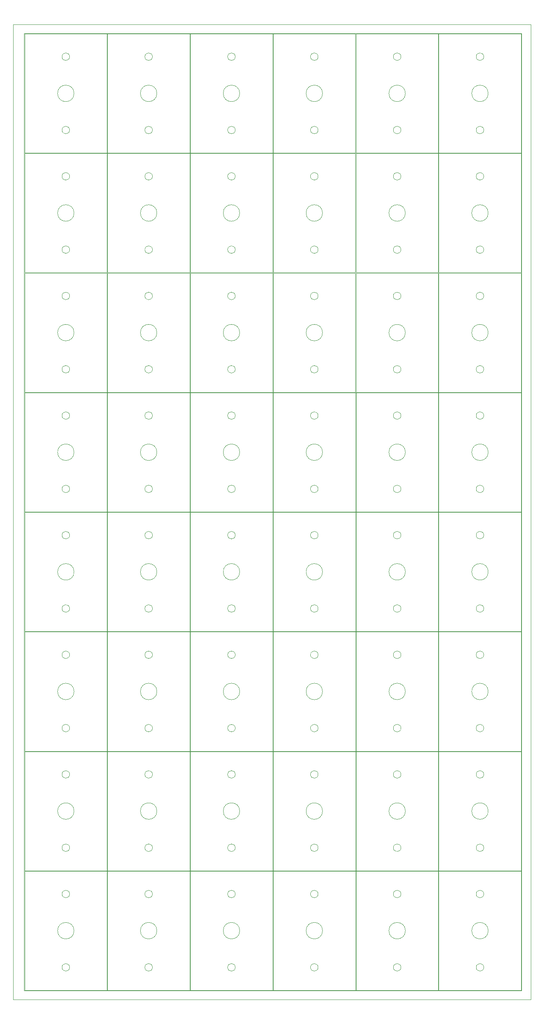
<source format=gbr>
%TF.GenerationSoftware,KiCad,Pcbnew,(7.0.0)*%
%TF.CreationDate,2023-02-26T16:40:52+05:30*%
%TF.ProjectId,9W_SYSKA,39575f53-5953-44b4-912e-6b696361645f,rev?*%
%TF.SameCoordinates,Original*%
%TF.FileFunction,Profile,NP*%
%FSLAX46Y46*%
G04 Gerber Fmt 4.6, Leading zero omitted, Abs format (unit mm)*
G04 Created by KiCad (PCBNEW (7.0.0)) date 2023-02-26 16:40:52*
%MOMM*%
%LPD*%
G01*
G04 APERTURE LIST*
%TA.AperFunction,Profile*%
%ADD10C,0.100000*%
%TD*%
G04 APERTURE END LIST*
D10*
X210600000Y-232690000D02*
X97500000Y-232690000D01*
X208600000Y-230800000D02*
X99900000Y-230800000D01*
X210600000Y-232690000D02*
X210600000Y-20000000D01*
X208600000Y-230800000D02*
X208600000Y-21900000D01*
X208600000Y-21900000D02*
X99900000Y-21900000D01*
X210600000Y-20000000D02*
X97500000Y-20000000D01*
X97500000Y-232690000D02*
X97500000Y-20000000D01*
X99900000Y-230800000D02*
X99900000Y-21900000D01*
X190502500Y-204700000D02*
X190502500Y-230700000D01*
X190502500Y-204700000D02*
X208502500Y-204700000D01*
X208502500Y-204700000D02*
X208502500Y-230700000D01*
X200332500Y-209700000D02*
G75*
G03*
X200332500Y-209700000I-830000J0D01*
G01*
X190502500Y-230700000D02*
X208502500Y-230700000D01*
X200332500Y-225700000D02*
G75*
G03*
X200332500Y-225700000I-830000J0D01*
G01*
X201302500Y-217700000D02*
G75*
G03*
X201302500Y-217700000I-1800000J0D01*
G01*
X127932500Y-209700000D02*
G75*
G03*
X127932500Y-209700000I-830000J0D01*
G01*
X118102500Y-230700000D02*
X136102500Y-230700000D01*
X127932500Y-225700000D02*
G75*
G03*
X127932500Y-225700000I-830000J0D01*
G01*
X118102500Y-204700000D02*
X118102500Y-230700000D01*
X128902500Y-217700000D02*
G75*
G03*
X128902500Y-217700000I-1800000J0D01*
G01*
X118102500Y-204700000D02*
X136102500Y-204700000D01*
X136102500Y-204700000D02*
X136102500Y-230700000D01*
X154302500Y-230700000D02*
X172302500Y-230700000D01*
X164132500Y-225700000D02*
G75*
G03*
X164132500Y-225700000I-830000J0D01*
G01*
X154302500Y-204700000D02*
X154302500Y-230700000D01*
X165102500Y-217700000D02*
G75*
G03*
X165102500Y-217700000I-1800000J0D01*
G01*
X146032500Y-225700000D02*
G75*
G03*
X146032500Y-225700000I-830000J0D01*
G01*
X154302500Y-204700000D02*
X172302500Y-204700000D01*
X172302500Y-204700000D02*
X172302500Y-230700000D01*
X182232500Y-209700000D02*
G75*
G03*
X182232500Y-209700000I-830000J0D01*
G01*
X172402500Y-230700000D02*
X190402500Y-230700000D01*
X109832500Y-225700000D02*
G75*
G03*
X109832500Y-225700000I-830000J0D01*
G01*
X110802500Y-217700000D02*
G75*
G03*
X110802500Y-217700000I-1800000J0D01*
G01*
X100002500Y-204700000D02*
X118002500Y-204700000D01*
X118002500Y-204700000D02*
X118002500Y-230700000D01*
X190402500Y-204700000D02*
X190402500Y-230700000D01*
X172402500Y-204700000D02*
X172402500Y-230700000D01*
X136202500Y-204700000D02*
X136202500Y-230700000D01*
X154202500Y-204700000D02*
X154202500Y-230700000D01*
X147002500Y-217700000D02*
G75*
G03*
X147002500Y-217700000I-1800000J0D01*
G01*
X136202500Y-204700000D02*
X154202500Y-204700000D01*
X136202500Y-230700000D02*
X154202500Y-230700000D01*
X146032500Y-209700000D02*
G75*
G03*
X146032500Y-209700000I-830000J0D01*
G01*
X164132500Y-209700000D02*
G75*
G03*
X164132500Y-209700000I-830000J0D01*
G01*
X100002500Y-204700000D02*
X100002500Y-230700000D01*
X109832500Y-209700000D02*
G75*
G03*
X109832500Y-209700000I-830000J0D01*
G01*
X100002500Y-230700000D02*
X118002500Y-230700000D01*
X182232500Y-225700000D02*
G75*
G03*
X182232500Y-225700000I-830000J0D01*
G01*
X183202500Y-217700000D02*
G75*
G03*
X183202500Y-217700000I-1800000J0D01*
G01*
X172402500Y-204700000D02*
X190402500Y-204700000D01*
X190502500Y-178600000D02*
X190502500Y-204600000D01*
X190502500Y-178600000D02*
X208502500Y-178600000D01*
X208502500Y-178600000D02*
X208502500Y-204600000D01*
X200332500Y-183600000D02*
G75*
G03*
X200332500Y-183600000I-830000J0D01*
G01*
X190502500Y-204600000D02*
X208502500Y-204600000D01*
X200332500Y-199600000D02*
G75*
G03*
X200332500Y-199600000I-830000J0D01*
G01*
X201302500Y-191600000D02*
G75*
G03*
X201302500Y-191600000I-1800000J0D01*
G01*
X127932500Y-183600000D02*
G75*
G03*
X127932500Y-183600000I-830000J0D01*
G01*
X118102500Y-204600000D02*
X136102500Y-204600000D01*
X127932500Y-199600000D02*
G75*
G03*
X127932500Y-199600000I-830000J0D01*
G01*
X118102500Y-178600000D02*
X118102500Y-204600000D01*
X128902500Y-191600000D02*
G75*
G03*
X128902500Y-191600000I-1800000J0D01*
G01*
X118102500Y-178600000D02*
X136102500Y-178600000D01*
X136102500Y-178600000D02*
X136102500Y-204600000D01*
X154302500Y-204600000D02*
X172302500Y-204600000D01*
X164132500Y-199600000D02*
G75*
G03*
X164132500Y-199600000I-830000J0D01*
G01*
X154302500Y-178600000D02*
X154302500Y-204600000D01*
X165102500Y-191600000D02*
G75*
G03*
X165102500Y-191600000I-1800000J0D01*
G01*
X146032500Y-199600000D02*
G75*
G03*
X146032500Y-199600000I-830000J0D01*
G01*
X154302500Y-178600000D02*
X172302500Y-178600000D01*
X172302500Y-178600000D02*
X172302500Y-204600000D01*
X182232500Y-183600000D02*
G75*
G03*
X182232500Y-183600000I-830000J0D01*
G01*
X172402500Y-204600000D02*
X190402500Y-204600000D01*
X109832500Y-199600000D02*
G75*
G03*
X109832500Y-199600000I-830000J0D01*
G01*
X110802500Y-191600000D02*
G75*
G03*
X110802500Y-191600000I-1800000J0D01*
G01*
X100002500Y-178600000D02*
X118002500Y-178600000D01*
X118002500Y-178600000D02*
X118002500Y-204600000D01*
X190402500Y-178600000D02*
X190402500Y-204600000D01*
X172402500Y-178600000D02*
X172402500Y-204600000D01*
X136202500Y-178600000D02*
X136202500Y-204600000D01*
X154202500Y-178600000D02*
X154202500Y-204600000D01*
X147002500Y-191600000D02*
G75*
G03*
X147002500Y-191600000I-1800000J0D01*
G01*
X136202500Y-178600000D02*
X154202500Y-178600000D01*
X136202500Y-204600000D02*
X154202500Y-204600000D01*
X146032500Y-183600000D02*
G75*
G03*
X146032500Y-183600000I-830000J0D01*
G01*
X164132500Y-183600000D02*
G75*
G03*
X164132500Y-183600000I-830000J0D01*
G01*
X100002500Y-178600000D02*
X100002500Y-204600000D01*
X109832500Y-183600000D02*
G75*
G03*
X109832500Y-183600000I-830000J0D01*
G01*
X100002500Y-204600000D02*
X118002500Y-204600000D01*
X182232500Y-199600000D02*
G75*
G03*
X182232500Y-199600000I-830000J0D01*
G01*
X183202500Y-191600000D02*
G75*
G03*
X183202500Y-191600000I-1800000J0D01*
G01*
X172402500Y-178600000D02*
X190402500Y-178600000D01*
X190502500Y-152500000D02*
X190502500Y-178500000D01*
X190502500Y-152500000D02*
X208502500Y-152500000D01*
X208502500Y-152500000D02*
X208502500Y-178500000D01*
X200332500Y-157500000D02*
G75*
G03*
X200332500Y-157500000I-830000J0D01*
G01*
X190502500Y-178500000D02*
X208502500Y-178500000D01*
X200332500Y-173500000D02*
G75*
G03*
X200332500Y-173500000I-830000J0D01*
G01*
X201302500Y-165500000D02*
G75*
G03*
X201302500Y-165500000I-1800000J0D01*
G01*
X127932500Y-157500000D02*
G75*
G03*
X127932500Y-157500000I-830000J0D01*
G01*
X118102500Y-178500000D02*
X136102500Y-178500000D01*
X127932500Y-173500000D02*
G75*
G03*
X127932500Y-173500000I-830000J0D01*
G01*
X118102500Y-152500000D02*
X118102500Y-178500000D01*
X128902500Y-165500000D02*
G75*
G03*
X128902500Y-165500000I-1800000J0D01*
G01*
X118102500Y-152500000D02*
X136102500Y-152500000D01*
X136102500Y-152500000D02*
X136102500Y-178500000D01*
X154302500Y-178500000D02*
X172302500Y-178500000D01*
X164132500Y-173500000D02*
G75*
G03*
X164132500Y-173500000I-830000J0D01*
G01*
X154302500Y-152500000D02*
X154302500Y-178500000D01*
X165102500Y-165500000D02*
G75*
G03*
X165102500Y-165500000I-1800000J0D01*
G01*
X146032500Y-173500000D02*
G75*
G03*
X146032500Y-173500000I-830000J0D01*
G01*
X154302500Y-152500000D02*
X172302500Y-152500000D01*
X172302500Y-152500000D02*
X172302500Y-178500000D01*
X182232500Y-157500000D02*
G75*
G03*
X182232500Y-157500000I-830000J0D01*
G01*
X172402500Y-178500000D02*
X190402500Y-178500000D01*
X109832500Y-173500000D02*
G75*
G03*
X109832500Y-173500000I-830000J0D01*
G01*
X110802500Y-165500000D02*
G75*
G03*
X110802500Y-165500000I-1800000J0D01*
G01*
X100002500Y-152500000D02*
X118002500Y-152500000D01*
X118002500Y-152500000D02*
X118002500Y-178500000D01*
X190402500Y-152500000D02*
X190402500Y-178500000D01*
X172402500Y-152500000D02*
X172402500Y-178500000D01*
X136202500Y-152500000D02*
X136202500Y-178500000D01*
X154202500Y-152500000D02*
X154202500Y-178500000D01*
X147002500Y-165500000D02*
G75*
G03*
X147002500Y-165500000I-1800000J0D01*
G01*
X136202500Y-152500000D02*
X154202500Y-152500000D01*
X136202500Y-178500000D02*
X154202500Y-178500000D01*
X146032500Y-157500000D02*
G75*
G03*
X146032500Y-157500000I-830000J0D01*
G01*
X164132500Y-157500000D02*
G75*
G03*
X164132500Y-157500000I-830000J0D01*
G01*
X100002500Y-152500000D02*
X100002500Y-178500000D01*
X109832500Y-157500000D02*
G75*
G03*
X109832500Y-157500000I-830000J0D01*
G01*
X100002500Y-178500000D02*
X118002500Y-178500000D01*
X182232500Y-173500000D02*
G75*
G03*
X182232500Y-173500000I-830000J0D01*
G01*
X183202500Y-165500000D02*
G75*
G03*
X183202500Y-165500000I-1800000J0D01*
G01*
X172402500Y-152500000D02*
X190402500Y-152500000D01*
X190502500Y-126400000D02*
X190502500Y-152400000D01*
X190502500Y-126400000D02*
X208502500Y-126400000D01*
X208502500Y-126400000D02*
X208502500Y-152400000D01*
X200332500Y-131400000D02*
G75*
G03*
X200332500Y-131400000I-830000J0D01*
G01*
X190502500Y-152400000D02*
X208502500Y-152400000D01*
X200332500Y-147400000D02*
G75*
G03*
X200332500Y-147400000I-830000J0D01*
G01*
X201302500Y-139400000D02*
G75*
G03*
X201302500Y-139400000I-1800000J0D01*
G01*
X127932500Y-131400000D02*
G75*
G03*
X127932500Y-131400000I-830000J0D01*
G01*
X118102500Y-152400000D02*
X136102500Y-152400000D01*
X127932500Y-147400000D02*
G75*
G03*
X127932500Y-147400000I-830000J0D01*
G01*
X118102500Y-126400000D02*
X118102500Y-152400000D01*
X128902500Y-139400000D02*
G75*
G03*
X128902500Y-139400000I-1800000J0D01*
G01*
X118102500Y-126400000D02*
X136102500Y-126400000D01*
X136102500Y-126400000D02*
X136102500Y-152400000D01*
X154302500Y-152400000D02*
X172302500Y-152400000D01*
X164132500Y-147400000D02*
G75*
G03*
X164132500Y-147400000I-830000J0D01*
G01*
X154302500Y-126400000D02*
X154302500Y-152400000D01*
X165102500Y-139400000D02*
G75*
G03*
X165102500Y-139400000I-1800000J0D01*
G01*
X146032500Y-147400000D02*
G75*
G03*
X146032500Y-147400000I-830000J0D01*
G01*
X154302500Y-126400000D02*
X172302500Y-126400000D01*
X172302500Y-126400000D02*
X172302500Y-152400000D01*
X182232500Y-131400000D02*
G75*
G03*
X182232500Y-131400000I-830000J0D01*
G01*
X172402500Y-152400000D02*
X190402500Y-152400000D01*
X109832500Y-147400000D02*
G75*
G03*
X109832500Y-147400000I-830000J0D01*
G01*
X110802500Y-139400000D02*
G75*
G03*
X110802500Y-139400000I-1800000J0D01*
G01*
X100002500Y-126400000D02*
X118002500Y-126400000D01*
X118002500Y-126400000D02*
X118002500Y-152400000D01*
X190402500Y-126400000D02*
X190402500Y-152400000D01*
X172402500Y-126400000D02*
X172402500Y-152400000D01*
X136202500Y-126400000D02*
X136202500Y-152400000D01*
X154202500Y-126400000D02*
X154202500Y-152400000D01*
X147002500Y-139400000D02*
G75*
G03*
X147002500Y-139400000I-1800000J0D01*
G01*
X136202500Y-126400000D02*
X154202500Y-126400000D01*
X136202500Y-152400000D02*
X154202500Y-152400000D01*
X146032500Y-131400000D02*
G75*
G03*
X146032500Y-131400000I-830000J0D01*
G01*
X164132500Y-131400000D02*
G75*
G03*
X164132500Y-131400000I-830000J0D01*
G01*
X100002500Y-126400000D02*
X100002500Y-152400000D01*
X109832500Y-131400000D02*
G75*
G03*
X109832500Y-131400000I-830000J0D01*
G01*
X100002500Y-152400000D02*
X118002500Y-152400000D01*
X182232500Y-147400000D02*
G75*
G03*
X182232500Y-147400000I-830000J0D01*
G01*
X183202500Y-139400000D02*
G75*
G03*
X183202500Y-139400000I-1800000J0D01*
G01*
X172402500Y-126400000D02*
X190402500Y-126400000D01*
X190502500Y-100300000D02*
X190502500Y-126300000D01*
X190502500Y-100300000D02*
X208502500Y-100300000D01*
X208502500Y-100300000D02*
X208502500Y-126300000D01*
X200332500Y-105300000D02*
G75*
G03*
X200332500Y-105300000I-830000J0D01*
G01*
X190502500Y-126300000D02*
X208502500Y-126300000D01*
X200332500Y-121300000D02*
G75*
G03*
X200332500Y-121300000I-830000J0D01*
G01*
X201302500Y-113300000D02*
G75*
G03*
X201302500Y-113300000I-1800000J0D01*
G01*
X127932500Y-105300000D02*
G75*
G03*
X127932500Y-105300000I-830000J0D01*
G01*
X118102500Y-126300000D02*
X136102500Y-126300000D01*
X127932500Y-121300000D02*
G75*
G03*
X127932500Y-121300000I-830000J0D01*
G01*
X118102500Y-100300000D02*
X118102500Y-126300000D01*
X128902500Y-113300000D02*
G75*
G03*
X128902500Y-113300000I-1800000J0D01*
G01*
X118102500Y-100300000D02*
X136102500Y-100300000D01*
X136102500Y-100300000D02*
X136102500Y-126300000D01*
X154302500Y-126300000D02*
X172302500Y-126300000D01*
X164132500Y-121300000D02*
G75*
G03*
X164132500Y-121300000I-830000J0D01*
G01*
X154302500Y-100300000D02*
X154302500Y-126300000D01*
X165102500Y-113300000D02*
G75*
G03*
X165102500Y-113300000I-1800000J0D01*
G01*
X146032500Y-121300000D02*
G75*
G03*
X146032500Y-121300000I-830000J0D01*
G01*
X154302500Y-100300000D02*
X172302500Y-100300000D01*
X172302500Y-100300000D02*
X172302500Y-126300000D01*
X182232500Y-105300000D02*
G75*
G03*
X182232500Y-105300000I-830000J0D01*
G01*
X172402500Y-126300000D02*
X190402500Y-126300000D01*
X109832500Y-121300000D02*
G75*
G03*
X109832500Y-121300000I-830000J0D01*
G01*
X110802500Y-113300000D02*
G75*
G03*
X110802500Y-113300000I-1800000J0D01*
G01*
X100002500Y-100300000D02*
X118002500Y-100300000D01*
X118002500Y-100300000D02*
X118002500Y-126300000D01*
X190402500Y-100300000D02*
X190402500Y-126300000D01*
X172402500Y-100300000D02*
X172402500Y-126300000D01*
X136202500Y-100300000D02*
X136202500Y-126300000D01*
X154202500Y-100300000D02*
X154202500Y-126300000D01*
X147002500Y-113300000D02*
G75*
G03*
X147002500Y-113300000I-1800000J0D01*
G01*
X136202500Y-100300000D02*
X154202500Y-100300000D01*
X136202500Y-126300000D02*
X154202500Y-126300000D01*
X146032500Y-105300000D02*
G75*
G03*
X146032500Y-105300000I-830000J0D01*
G01*
X164132500Y-105300000D02*
G75*
G03*
X164132500Y-105300000I-830000J0D01*
G01*
X100002500Y-100300000D02*
X100002500Y-126300000D01*
X109832500Y-105300000D02*
G75*
G03*
X109832500Y-105300000I-830000J0D01*
G01*
X100002500Y-126300000D02*
X118002500Y-126300000D01*
X182232500Y-121300000D02*
G75*
G03*
X182232500Y-121300000I-830000J0D01*
G01*
X183202500Y-113300000D02*
G75*
G03*
X183202500Y-113300000I-1800000J0D01*
G01*
X172402500Y-100300000D02*
X190402500Y-100300000D01*
X190500000Y-74200000D02*
X190500000Y-100200000D01*
X190500000Y-74200000D02*
X208500000Y-74200000D01*
X208500000Y-74200000D02*
X208500000Y-100200000D01*
X200330000Y-79200000D02*
G75*
G03*
X200330000Y-79200000I-830000J0D01*
G01*
X190500000Y-100200000D02*
X208500000Y-100200000D01*
X200330000Y-95200000D02*
G75*
G03*
X200330000Y-95200000I-830000J0D01*
G01*
X201300000Y-87200000D02*
G75*
G03*
X201300000Y-87200000I-1800000J0D01*
G01*
X127930000Y-79200000D02*
G75*
G03*
X127930000Y-79200000I-830000J0D01*
G01*
X118100000Y-100200000D02*
X136100000Y-100200000D01*
X127930000Y-95200000D02*
G75*
G03*
X127930000Y-95200000I-830000J0D01*
G01*
X118100000Y-74200000D02*
X118100000Y-100200000D01*
X128900000Y-87200000D02*
G75*
G03*
X128900000Y-87200000I-1800000J0D01*
G01*
X118100000Y-74200000D02*
X136100000Y-74200000D01*
X136100000Y-74200000D02*
X136100000Y-100200000D01*
X154300000Y-100200000D02*
X172300000Y-100200000D01*
X164130000Y-95200000D02*
G75*
G03*
X164130000Y-95200000I-830000J0D01*
G01*
X154300000Y-74200000D02*
X154300000Y-100200000D01*
X165100000Y-87200000D02*
G75*
G03*
X165100000Y-87200000I-1800000J0D01*
G01*
X146030000Y-95200000D02*
G75*
G03*
X146030000Y-95200000I-830000J0D01*
G01*
X154300000Y-74200000D02*
X172300000Y-74200000D01*
X172300000Y-74200000D02*
X172300000Y-100200000D01*
X182230000Y-79200000D02*
G75*
G03*
X182230000Y-79200000I-830000J0D01*
G01*
X172400000Y-100200000D02*
X190400000Y-100200000D01*
X109830000Y-95200000D02*
G75*
G03*
X109830000Y-95200000I-830000J0D01*
G01*
X110800000Y-87200000D02*
G75*
G03*
X110800000Y-87200000I-1800000J0D01*
G01*
X100000000Y-74200000D02*
X118000000Y-74200000D01*
X118000000Y-74200000D02*
X118000000Y-100200000D01*
X190400000Y-74200000D02*
X190400000Y-100200000D01*
X172400000Y-74200000D02*
X172400000Y-100200000D01*
X136200000Y-74200000D02*
X136200000Y-100200000D01*
X154200000Y-74200000D02*
X154200000Y-100200000D01*
X147000000Y-87200000D02*
G75*
G03*
X147000000Y-87200000I-1800000J0D01*
G01*
X136200000Y-74200000D02*
X154200000Y-74200000D01*
X136200000Y-100200000D02*
X154200000Y-100200000D01*
X146030000Y-79200000D02*
G75*
G03*
X146030000Y-79200000I-830000J0D01*
G01*
X164130000Y-79200000D02*
G75*
G03*
X164130000Y-79200000I-830000J0D01*
G01*
X100000000Y-74200000D02*
X100000000Y-100200000D01*
X109830000Y-79200000D02*
G75*
G03*
X109830000Y-79200000I-830000J0D01*
G01*
X100000000Y-100200000D02*
X118000000Y-100200000D01*
X182230000Y-95200000D02*
G75*
G03*
X182230000Y-95200000I-830000J0D01*
G01*
X183200000Y-87200000D02*
G75*
G03*
X183200000Y-87200000I-1800000J0D01*
G01*
X172400000Y-74200000D02*
X190400000Y-74200000D01*
X190500000Y-48100000D02*
X190500000Y-74100000D01*
X190500000Y-48100000D02*
X208500000Y-48100000D01*
X208500000Y-48100000D02*
X208500000Y-74100000D01*
X200330000Y-53100000D02*
G75*
G03*
X200330000Y-53100000I-830000J0D01*
G01*
X190500000Y-74100000D02*
X208500000Y-74100000D01*
X200330000Y-69100000D02*
G75*
G03*
X200330000Y-69100000I-830000J0D01*
G01*
X201300000Y-61100000D02*
G75*
G03*
X201300000Y-61100000I-1800000J0D01*
G01*
X127930000Y-53100000D02*
G75*
G03*
X127930000Y-53100000I-830000J0D01*
G01*
X118100000Y-74100000D02*
X136100000Y-74100000D01*
X127930000Y-69100000D02*
G75*
G03*
X127930000Y-69100000I-830000J0D01*
G01*
X118100000Y-48100000D02*
X118100000Y-74100000D01*
X128900000Y-61100000D02*
G75*
G03*
X128900000Y-61100000I-1800000J0D01*
G01*
X118100000Y-48100000D02*
X136100000Y-48100000D01*
X136100000Y-48100000D02*
X136100000Y-74100000D01*
X154300000Y-74100000D02*
X172300000Y-74100000D01*
X164130000Y-69100000D02*
G75*
G03*
X164130000Y-69100000I-830000J0D01*
G01*
X154300000Y-48100000D02*
X154300000Y-74100000D01*
X165100000Y-61100000D02*
G75*
G03*
X165100000Y-61100000I-1800000J0D01*
G01*
X146030000Y-69100000D02*
G75*
G03*
X146030000Y-69100000I-830000J0D01*
G01*
X154300000Y-48100000D02*
X172300000Y-48100000D01*
X172300000Y-48100000D02*
X172300000Y-74100000D01*
X182230000Y-53100000D02*
G75*
G03*
X182230000Y-53100000I-830000J0D01*
G01*
X172400000Y-74100000D02*
X190400000Y-74100000D01*
X109830000Y-69100000D02*
G75*
G03*
X109830000Y-69100000I-830000J0D01*
G01*
X110800000Y-61100000D02*
G75*
G03*
X110800000Y-61100000I-1800000J0D01*
G01*
X100000000Y-48100000D02*
X118000000Y-48100000D01*
X118000000Y-48100000D02*
X118000000Y-74100000D01*
X190400000Y-48100000D02*
X190400000Y-74100000D01*
X172400000Y-48100000D02*
X172400000Y-74100000D01*
X136200000Y-48100000D02*
X136200000Y-74100000D01*
X154200000Y-48100000D02*
X154200000Y-74100000D01*
X147000000Y-61100000D02*
G75*
G03*
X147000000Y-61100000I-1800000J0D01*
G01*
X136200000Y-48100000D02*
X154200000Y-48100000D01*
X136200000Y-74100000D02*
X154200000Y-74100000D01*
X146030000Y-53100000D02*
G75*
G03*
X146030000Y-53100000I-830000J0D01*
G01*
X164130000Y-53100000D02*
G75*
G03*
X164130000Y-53100000I-830000J0D01*
G01*
X100000000Y-48100000D02*
X100000000Y-74100000D01*
X109830000Y-53100000D02*
G75*
G03*
X109830000Y-53100000I-830000J0D01*
G01*
X100000000Y-74100000D02*
X118000000Y-74100000D01*
X182230000Y-69100000D02*
G75*
G03*
X182230000Y-69100000I-830000J0D01*
G01*
X183200000Y-61100000D02*
G75*
G03*
X183200000Y-61100000I-1800000J0D01*
G01*
X172400000Y-48100000D02*
X190400000Y-48100000D01*
X200330000Y-27000000D02*
G75*
G03*
X200330000Y-27000000I-830000J0D01*
G01*
X190500000Y-48000000D02*
X208500000Y-48000000D01*
X200330000Y-43000000D02*
G75*
G03*
X200330000Y-43000000I-830000J0D01*
G01*
X190500000Y-22000000D02*
X190500000Y-48000000D01*
X201300000Y-35000000D02*
G75*
G03*
X201300000Y-35000000I-1800000J0D01*
G01*
X190500000Y-22000000D02*
X208500000Y-22000000D01*
X208500000Y-22000000D02*
X208500000Y-48000000D01*
X182230000Y-43000000D02*
G75*
G03*
X182230000Y-43000000I-830000J0D01*
G01*
X183200000Y-35000000D02*
G75*
G03*
X183200000Y-35000000I-1800000J0D01*
G01*
X172400000Y-22000000D02*
X190400000Y-22000000D01*
X190400000Y-22000000D02*
X190400000Y-48000000D01*
X172400000Y-22000000D02*
X172400000Y-48000000D01*
X182230000Y-27000000D02*
G75*
G03*
X182230000Y-27000000I-830000J0D01*
G01*
X172400000Y-48000000D02*
X190400000Y-48000000D01*
X164130000Y-27000000D02*
G75*
G03*
X164130000Y-27000000I-830000J0D01*
G01*
X154300000Y-48000000D02*
X172300000Y-48000000D01*
X164130000Y-43000000D02*
G75*
G03*
X164130000Y-43000000I-830000J0D01*
G01*
X154300000Y-22000000D02*
X154300000Y-48000000D01*
X165100000Y-35000000D02*
G75*
G03*
X165100000Y-35000000I-1800000J0D01*
G01*
X154300000Y-22000000D02*
X172300000Y-22000000D01*
X172300000Y-22000000D02*
X172300000Y-48000000D01*
X146030000Y-43000000D02*
G75*
G03*
X146030000Y-43000000I-830000J0D01*
G01*
X147000000Y-35000000D02*
G75*
G03*
X147000000Y-35000000I-1800000J0D01*
G01*
X136200000Y-22000000D02*
X154200000Y-22000000D01*
X154200000Y-22000000D02*
X154200000Y-48000000D01*
X136200000Y-22000000D02*
X136200000Y-48000000D01*
X146030000Y-27000000D02*
G75*
G03*
X146030000Y-27000000I-830000J0D01*
G01*
X136200000Y-48000000D02*
X154200000Y-48000000D01*
X127930000Y-43000000D02*
G75*
G03*
X127930000Y-43000000I-830000J0D01*
G01*
X128900000Y-35000000D02*
G75*
G03*
X128900000Y-35000000I-1800000J0D01*
G01*
X118100000Y-22000000D02*
X136100000Y-22000000D01*
X136100000Y-22000000D02*
X136100000Y-48000000D01*
X118100000Y-22000000D02*
X118100000Y-48000000D01*
X127930000Y-27000000D02*
G75*
G03*
X127930000Y-27000000I-830000J0D01*
G01*
X118100000Y-48000000D02*
X136100000Y-48000000D01*
X100000000Y-22000000D02*
X100000000Y-48000000D01*
X100000000Y-48000000D02*
X118000000Y-48000000D01*
X109830000Y-27000000D02*
G75*
G03*
X109830000Y-27000000I-830000J0D01*
G01*
X118000000Y-22000000D02*
X118000000Y-48000000D01*
X110800000Y-35000000D02*
G75*
G03*
X110800000Y-35000000I-1800000J0D01*
G01*
X109830000Y-43000000D02*
G75*
G03*
X109830000Y-43000000I-830000J0D01*
G01*
X100000000Y-22000000D02*
X118000000Y-22000000D01*
M02*

</source>
